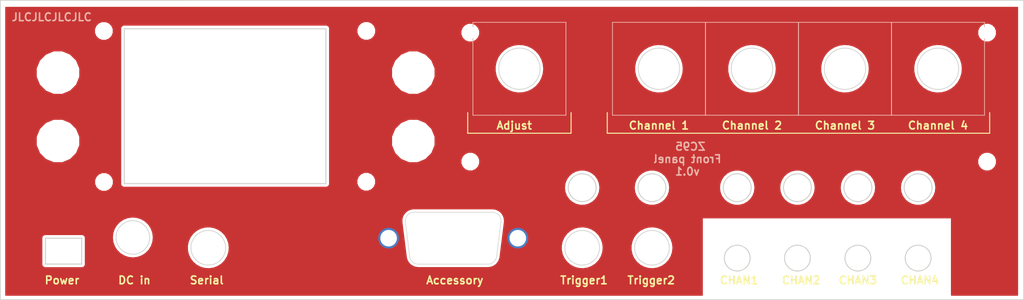
<source format=kicad_pcb>
(kicad_pcb (version 20171130) (host pcbnew 5.0.2+dfsg1-1)

  (general
    (thickness 1.6)
    (drawings 50)
    (tracks 0)
    (zones 0)
    (modules 18)
    (nets 2)
  )

  (page A4)
  (layers
    (0 F.Cu signal)
    (31 B.Cu signal)
    (32 B.Adhes user)
    (33 F.Adhes user)
    (34 B.Paste user)
    (35 F.Paste user)
    (36 B.SilkS user)
    (37 F.SilkS user)
    (38 B.Mask user)
    (39 F.Mask user)
    (40 Dwgs.User user)
    (41 Cmts.User user)
    (42 Eco1.User user)
    (43 Eco2.User user hide)
    (44 Edge.Cuts user)
    (45 Margin user)
    (46 B.CrtYd user)
    (47 F.CrtYd user)
    (48 B.Fab user)
    (49 F.Fab user hide)
  )

  (setup
    (last_trace_width 0.25)
    (user_trace_width 0.4)
    (user_trace_width 0.6)
    (user_trace_width 1)
    (trace_clearance 0.2)
    (zone_clearance 0.508)
    (zone_45_only no)
    (trace_min 0.2)
    (segment_width 0.2)
    (edge_width 0.15)
    (via_size 0.8)
    (via_drill 0.4)
    (via_min_size 0.4)
    (via_min_drill 0.3)
    (uvia_size 0.3)
    (uvia_drill 0.1)
    (uvias_allowed no)
    (uvia_min_size 0.2)
    (uvia_min_drill 0.1)
    (pcb_text_width 0.3)
    (pcb_text_size 1.5 1.5)
    (mod_edge_width 0.15)
    (mod_text_size 1 1)
    (mod_text_width 0.15)
    (pad_size 4 4)
    (pad_drill 3.2)
    (pad_to_mask_clearance 0.051)
    (solder_mask_min_width 0.25)
    (aux_axis_origin 0 0)
    (visible_elements FFFFFF7F)
    (pcbplotparams
      (layerselection 0x010fc_ffffffff)
      (usegerberextensions true)
      (usegerberattributes false)
      (usegerberadvancedattributes false)
      (creategerberjobfile false)
      (excludeedgelayer true)
      (linewidth 0.100000)
      (plotframeref false)
      (viasonmask false)
      (mode 1)
      (useauxorigin false)
      (hpglpennumber 1)
      (hpglpenspeed 20)
      (hpglpendiameter 15.000000)
      (psnegative false)
      (psa4output false)
      (plotreference true)
      (plotvalue true)
      (plotinvisibletext false)
      (padsonsilk false)
      (subtractmaskfromsilk false)
      (outputformat 1)
      (mirror false)
      (drillshape 0)
      (scaleselection 1)
      (outputdirectory "gerber/FP/"))
  )

  (net 0 "")
  (net 1 GND)

  (net_class Default "This is the default net class."
    (clearance 0.2)
    (trace_width 0.25)
    (via_dia 0.8)
    (via_drill 0.4)
    (uvia_dia 0.3)
    (uvia_drill 0.1)
    (add_net GND)
  )

  (module ProjLib:DB9-cutout (layer F.Cu) (tedit 60A82DE3) (tstamp 60590758)
    (at 107.13 135.92)
    (descr "9-pin D-Sub connector, straight/vertical, THT-mount, female, pitch 2.77x2.84mm, distance of mounting holes 25mm, see https://disti-assets.s3.amazonaws.com/tonar/files/datasheets/16730.pdf")
    (tags "9-pin D-Sub connector straight vertical THT female pitch 2.77x2.84mm mounting holes distance 25mm")
    (fp_text reference REF** (at 4.56 -11.39) (layer F.Fab)
      (effects (font (size 1 1) (thickness 0.15)))
    )
    (fp_text value DB9-cutout (at 4.56 3.23) (layer F.Fab)
      (effects (font (size 1 1) (thickness 0.15)))
    )
    (fp_line (start -2.1971 0.9525) (end 11.2903 0.9525) (layer Edge.Cuts) (width 0.12))
    (fp_line (start -4.68376 -7.15772) (end -3.8354 -0.41148) (layer Edge.Cuts) (width 0.12))
    (fp_line (start 13.78204 -7.13232) (end 12.95 -0.45) (layer Edge.Cuts) (width 0.12))
    (fp_line (start -3.05 -9.1) (end 12.15 -9.1) (layer Edge.Cuts) (width 0.12))
    (fp_line (start -10.865 1.17) (end -10.865 -9.33) (layer F.Fab) (width 0.1))
    (fp_line (start 18.985 2.17) (end -9.865 2.17) (layer F.Fab) (width 0.1))
    (fp_line (start 19.985 -9.33) (end 19.985 1.17) (layer F.Fab) (width 0.1))
    (fp_line (start -9.865 -10.33) (end 18.985 -10.33) (layer F.Fab) (width 0.1))
    (fp_arc (start 11.3 -0.71) (end 11.3 0.95) (angle -80) (layer Edge.Cuts) (width 0.12))
    (fp_arc (start -2.2 -0.71) (end -2.2 0.95) (angle 80) (layer Edge.Cuts) (width 0.12))
    (fp_arc (start 12.15 -7.44) (end 12.15 -9.1) (angle 100) (layer Edge.Cuts) (width 0.12))
    (fp_arc (start -3.05 -7.44) (end -3.05 -9.1) (angle -100) (layer Edge.Cuts) (width 0.12))
    (fp_arc (start 18.985 1.17) (end 19.985 1.17) (angle 90) (layer F.Fab) (width 0.1))
    (fp_arc (start -9.865 1.17) (end -10.865 1.17) (angle -90) (layer F.Fab) (width 0.1))
    (fp_arc (start 18.985 -9.33) (end 18.985 -10.33) (angle 90) (layer F.Fab) (width 0.1))
    (fp_arc (start -9.865 -9.33) (end -10.865 -9.33) (angle 90) (layer F.Fab) (width 0.1))
    (pad 0 thru_hole circle (at 17.06 -4.08) (size 4 4) (drill 3.2) (layers *.Cu *.Mask)
      (net 1 GND))
    (pad 0 thru_hole circle (at -7.94 -4.08) (size 4 4) (drill 3.2) (layers *.Cu *.Mask)
      (net 1 GND))
    (model ${KISYS3DMOD}/Connector_Dsub.3dshapes/DSUB-9_Female_Vertical_P2.77x2.84mm_MountingHoles.wrl
      (at (xyz 0 0 0))
      (scale (xyz 1 1 1))
      (rotate (xyz 0 0 0))
    )
  )

  (module MountingHole:MountingHole_2.2mm_M2 (layer F.Cu) (tedit 605722F5) (tstamp 60A18B8B)
    (at 215 117)
    (descr "Mounting Hole 2.2mm, no annular, M2")
    (tags "mounting hole 2.2mm no annular m2")
    (attr virtual)
    (fp_text reference REF** (at 0 -3.2) (layer F.SilkS) hide
      (effects (font (size 1 1) (thickness 0.15)))
    )
    (fp_text value MountingHole_2.2mm_M2 (at 0 -4.92) (layer F.Fab) hide
      (effects (font (size 1 1) (thickness 0.15)))
    )
    (fp_circle (center 0 0) (end 2.45 0) (layer F.CrtYd) (width 0.05))
    (fp_circle (center 0 0) (end 2.2 0) (layer Cmts.User) (width 0.15))
    (fp_text user %R (at 0.3 0) (layer F.Fab)
      (effects (font (size 1 1) (thickness 0.15)))
    )
    (pad "" np_thru_hole circle (at 0 0) (size 2.4 2.4) (drill 2.4) (layers *.Cu *.Mask))
  )

  (module MountingHole:MountingHole_2.2mm_M2 (layer F.Cu) (tedit 605722F5) (tstamp 60A827F6)
    (at 115 117)
    (descr "Mounting Hole 2.2mm, no annular, M2")
    (tags "mounting hole 2.2mm no annular m2")
    (attr virtual)
    (fp_text reference REF** (at 0 -3.2) (layer F.SilkS) hide
      (effects (font (size 1 1) (thickness 0.15)))
    )
    (fp_text value MountingHole_2.2mm_M2 (at 0 -4.92) (layer F.Fab) hide
      (effects (font (size 1 1) (thickness 0.15)))
    )
    (fp_text user %R (at 0.3 0) (layer F.Fab)
      (effects (font (size 1 1) (thickness 0.15)))
    )
    (fp_circle (center 0 0) (end 2.2 0) (layer Cmts.User) (width 0.15))
    (fp_circle (center 0 0) (end 2.45 0) (layer F.CrtYd) (width 0.05))
    (pad "" np_thru_hole circle (at 0 0) (size 2.4 2.4) (drill 2.4) (layers *.Cu *.Mask))
  )

  (module MountingHole:MountingHole_2.2mm_M2 (layer F.Cu) (tedit 605722F5) (tstamp 60A82960)
    (at 215 92)
    (descr "Mounting Hole 2.2mm, no annular, M2")
    (tags "mounting hole 2.2mm no annular m2")
    (attr virtual)
    (fp_text reference REF** (at 0 -3.2) (layer F.SilkS) hide
      (effects (font (size 1 1) (thickness 0.15)))
    )
    (fp_text value MountingHole_2.2mm_M2 (at 0 -4.92) (layer F.Fab) hide
      (effects (font (size 1 1) (thickness 0.15)))
    )
    (fp_text user %R (at 0.3 0) (layer F.Fab)
      (effects (font (size 1 1) (thickness 0.15)))
    )
    (fp_circle (center 0 0) (end 2.2 0) (layer Cmts.User) (width 0.15))
    (fp_circle (center 0 0) (end 2.45 0) (layer F.CrtYd) (width 0.05))
    (pad "" np_thru_hole circle (at 0 0) (size 2.4 2.4) (drill 2.4) (layers *.Cu *.Mask))
  )

  (module MountingHole:MountingHole_2.2mm_M2 (layer F.Cu) (tedit 605722F5) (tstamp 60A828D3)
    (at 115 92)
    (descr "Mounting Hole 2.2mm, no annular, M2")
    (tags "mounting hole 2.2mm no annular m2")
    (attr virtual)
    (fp_text reference REF** (at 0 -3.2) (layer F.SilkS) hide
      (effects (font (size 1 1) (thickness 0.15)))
    )
    (fp_text value MountingHole_2.2mm_M2 (at 0 -4.92) (layer F.Fab) hide
      (effects (font (size 1 1) (thickness 0.15)))
    )
    (fp_circle (center 0 0) (end 2.45 0) (layer F.CrtYd) (width 0.05))
    (fp_circle (center 0 0) (end 2.2 0) (layer Cmts.User) (width 0.15))
    (fp_text user %R (at 0.3 0) (layer F.Fab)
      (effects (font (size 1 1) (thickness 0.15)))
    )
    (pad "" np_thru_hole circle (at 0 0) (size 2.4 2.4) (drill 2.4) (layers *.Cu *.Mask))
  )

  (module "ProjLib:BOURNS PEC11L-4125F-S0020-Panel" (layer F.Cu) (tedit 60A82F64) (tstamp 60ADA827)
    (at 124.5 99)
    (fp_text reference REF** (at -6 -7) (layer B.SilkS) hide
      (effects (font (size 1 1) (thickness 0.15)) (justify mirror))
    )
    (fp_text value "BOURNS PEC11L-4125F-S0020-Panel" (at 0 -11) (layer F.Fab)
      (effects (font (size 1 1) (thickness 0.15)))
    )
    (fp_circle (center 0 0) (end 4 0) (layer Edge.Cuts) (width 0.15))
    (fp_line (start 9 0) (end 9 9) (layer B.SilkS) (width 0.15))
    (fp_line (start 9 9) (end -9 9) (layer B.SilkS) (width 0.15))
    (fp_line (start -9 9) (end -9 -9) (layer B.SilkS) (width 0.15))
    (fp_line (start -9 -9) (end 9 -9) (layer B.SilkS) (width 0.15))
    (fp_line (start 9 -9) (end 9 0) (layer B.SilkS) (width 0.15))
  )

  (module "ProjLib:BOURNS PEC11L-4125F-S0020-Panel" (layer F.Cu) (tedit 60A82F73) (tstamp 60ADA774)
    (at 205.5 99)
    (fp_text reference REF** (at -6 -7) (layer B.SilkS) hide
      (effects (font (size 1 1) (thickness 0.15)) (justify mirror))
    )
    (fp_text value "BOURNS PEC11L-4125F-S0020-Panel" (at 0 -11) (layer F.Fab)
      (effects (font (size 1 1) (thickness 0.15)))
    )
    (fp_circle (center 0 0) (end 4 0) (layer Edge.Cuts) (width 0.15))
    (fp_line (start 9 0) (end 9 9) (layer B.SilkS) (width 0.15))
    (fp_line (start 9 9) (end -9 9) (layer B.SilkS) (width 0.15))
    (fp_line (start -9 9) (end -9 -9) (layer B.SilkS) (width 0.15))
    (fp_line (start -9 -9) (end 9 -9) (layer B.SilkS) (width 0.15))
    (fp_line (start 9 -9) (end 9 0) (layer B.SilkS) (width 0.15))
  )

  (module "ProjLib:BOURNS PEC11L-4125F-S0020-Panel" (layer F.Cu) (tedit 60A82F6F) (tstamp 60ADA74D)
    (at 187.5 99)
    (fp_text reference REF** (at -6 -7) (layer B.SilkS) hide
      (effects (font (size 1 1) (thickness 0.15)) (justify mirror))
    )
    (fp_text value "BOURNS PEC11L-4125F-S0020-Panel" (at 0 -11) (layer F.Fab)
      (effects (font (size 1 1) (thickness 0.15)))
    )
    (fp_line (start 9 -9) (end 9 0) (layer B.SilkS) (width 0.15))
    (fp_line (start -9 -9) (end 9 -9) (layer B.SilkS) (width 0.15))
    (fp_line (start -9 9) (end -9 -9) (layer B.SilkS) (width 0.15))
    (fp_line (start 9 9) (end -9 9) (layer B.SilkS) (width 0.15))
    (fp_line (start 9 0) (end 9 9) (layer B.SilkS) (width 0.15))
    (fp_circle (center 0 0) (end 4 0) (layer Edge.Cuts) (width 0.15))
  )

  (module "ProjLib:BOURNS PEC11L-4125F-S0020-Panel" (layer F.Cu) (tedit 60A82F6C) (tstamp 60ADA715)
    (at 169.5 99)
    (fp_text reference REF** (at -6 -7) (layer B.SilkS) hide
      (effects (font (size 1 1) (thickness 0.15)) (justify mirror))
    )
    (fp_text value "BOURNS PEC11L-4125F-S0020-Panel" (at 0 -11) (layer F.Fab)
      (effects (font (size 1 1) (thickness 0.15)))
    )
    (fp_circle (center 0 0) (end 4 0) (layer Edge.Cuts) (width 0.15))
    (fp_line (start 9 0) (end 9 9) (layer B.SilkS) (width 0.15))
    (fp_line (start 9 9) (end -9 9) (layer B.SilkS) (width 0.15))
    (fp_line (start -9 9) (end -9 -9) (layer B.SilkS) (width 0.15))
    (fp_line (start -9 -9) (end 9 -9) (layer B.SilkS) (width 0.15))
    (fp_line (start 9 -9) (end 9 0) (layer B.SilkS) (width 0.15))
  )

  (module MountingHole:MountingHole_2.2mm_M2 (layer F.Cu) (tedit 604CBF05) (tstamp 60A188FD)
    (at 103.97 99.75)
    (descr "Mounting Hole 2.2mm, no annular, M2")
    (tags "mounting hole 2.2mm no annular m2")
    (attr virtual)
    (fp_text reference REF** (at 0 -3.2) (layer F.SilkS) hide
      (effects (font (size 1 1) (thickness 0.15)))
    )
    (fp_text value MountingHole_2.2mm_M2 (at 0 -4.92) (layer F.Fab) hide
      (effects (font (size 1 1) (thickness 0.15)))
    )
    (fp_circle (center 0 0) (end 2.45 0) (layer F.CrtYd) (width 0.05))
    (fp_circle (center 0 0) (end 2.2 0) (layer Cmts.User) (width 0.15))
    (fp_text user %R (at 0.3 0) (layer F.Fab)
      (effects (font (size 1 1) (thickness 0.15)))
    )
    (pad "" np_thru_hole circle (at 0 0) (size 7.2 7.2) (drill 7.2) (layers *.Cu *.Mask))
  )

  (module MountingHole:MountingHole_2.2mm_M2 (layer F.Cu) (tedit 604CBF05) (tstamp 60A18912)
    (at 103.97 113)
    (descr "Mounting Hole 2.2mm, no annular, M2")
    (tags "mounting hole 2.2mm no annular m2")
    (attr virtual)
    (fp_text reference REF** (at 0 -3.2) (layer F.SilkS) hide
      (effects (font (size 1 1) (thickness 0.15)))
    )
    (fp_text value MountingHole_2.2mm_M2 (at 0 -4.92) (layer F.Fab) hide
      (effects (font (size 1 1) (thickness 0.15)))
    )
    (fp_text user %R (at 0.3 0) (layer F.Fab)
      (effects (font (size 1 1) (thickness 0.15)))
    )
    (fp_circle (center 0 0) (end 2.2 0) (layer Cmts.User) (width 0.15))
    (fp_circle (center 0 0) (end 2.45 0) (layer F.CrtYd) (width 0.05))
    (pad "" np_thru_hole circle (at 0 0) (size 7.2 7.2) (drill 7.2) (layers *.Cu *.Mask))
  )

  (module MountingHole:MountingHole_2.2mm_M2 (layer F.Cu) (tedit 604CBF05) (tstamp 605901E0)
    (at 35.22 113)
    (descr "Mounting Hole 2.2mm, no annular, M2")
    (tags "mounting hole 2.2mm no annular m2")
    (attr virtual)
    (fp_text reference REF** (at 0 -3.2) (layer F.SilkS) hide
      (effects (font (size 1 1) (thickness 0.15)))
    )
    (fp_text value MountingHole_2.2mm_M2 (at 0 -4.92) (layer F.Fab) hide
      (effects (font (size 1 1) (thickness 0.15)))
    )
    (fp_circle (center 0 0) (end 2.45 0) (layer F.CrtYd) (width 0.05))
    (fp_circle (center 0 0) (end 2.2 0) (layer Cmts.User) (width 0.15))
    (fp_text user %R (at 0.3 0) (layer F.Fab)
      (effects (font (size 1 1) (thickness 0.15)))
    )
    (pad "" np_thru_hole circle (at 0 0) (size 7.2 7.2) (drill 7.2) (layers *.Cu *.Mask))
  )

  (module MountingHole:MountingHole_2.2mm_M2 (layer F.Cu) (tedit 604CBF05) (tstamp 605901F5)
    (at 35.22 99.75)
    (descr "Mounting Hole 2.2mm, no annular, M2")
    (tags "mounting hole 2.2mm no annular m2")
    (attr virtual)
    (fp_text reference REF** (at 0 -3.2) (layer F.SilkS) hide
      (effects (font (size 1 1) (thickness 0.15)))
    )
    (fp_text value MountingHole_2.2mm_M2 (at 0 -4.92) (layer F.Fab) hide
      (effects (font (size 1 1) (thickness 0.15)))
    )
    (fp_text user %R (at 0.3 0) (layer F.Fab)
      (effects (font (size 1 1) (thickness 0.15)))
    )
    (fp_circle (center 0 0) (end 2.2 0) (layer Cmts.User) (width 0.15))
    (fp_circle (center 0 0) (end 2.45 0) (layer F.CrtYd) (width 0.05))
    (pad "" np_thru_hole circle (at 0 0) (size 7.2 7.2) (drill 7.2) (layers *.Cu *.Mask))
  )

  (module MountingHole:MountingHole_2.2mm_M2 (layer F.Cu) (tedit 6057230B) (tstamp 60A18AF1)
    (at 94.87 120.9)
    (descr "Mounting Hole 2.2mm, no annular, M2")
    (tags "mounting hole 2.2mm no annular m2")
    (attr virtual)
    (fp_text reference REF** (at 0 -3.2) (layer F.SilkS) hide
      (effects (font (size 1 1) (thickness 0.15)))
    )
    (fp_text value MountingHole_2.2mm_M2 (at 0 -4.92) (layer F.Fab) hide
      (effects (font (size 1 1) (thickness 0.15)))
    )
    (fp_circle (center 0 0) (end 2.45 0) (layer F.CrtYd) (width 0.05))
    (fp_circle (center 0 0) (end 2.2 0) (layer Cmts.User) (width 0.15))
    (fp_text user %R (at 0.3 0) (layer F.Fab)
      (effects (font (size 1 1) (thickness 0.15)))
    )
    (pad "" np_thru_hole circle (at 0 0) (size 2.4 2.4) (drill 2.4) (layers *.Cu *.Mask))
  )

  (module MountingHole:MountingHole_2.2mm_M2 (layer F.Cu) (tedit 60572303) (tstamp 6059021F)
    (at 44.12 120.95)
    (descr "Mounting Hole 2.2mm, no annular, M2")
    (tags "mounting hole 2.2mm no annular m2")
    (attr virtual)
    (fp_text reference REF** (at 0 -3.2) (layer F.SilkS) hide
      (effects (font (size 1 1) (thickness 0.15)))
    )
    (fp_text value MountingHole_2.2mm_M2 (at 0 -4.92) (layer F.Fab) hide
      (effects (font (size 1 1) (thickness 0.15)))
    )
    (fp_text user %R (at 0.3 0) (layer F.Fab)
      (effects (font (size 1 1) (thickness 0.15)))
    )
    (fp_circle (center 0 0) (end 2.2 0) (layer Cmts.User) (width 0.15))
    (fp_circle (center 0 0) (end 2.45 0) (layer F.CrtYd) (width 0.05))
    (pad "" np_thru_hole circle (at 0 0) (size 2.4 2.4) (drill 2.4) (layers *.Cu *.Mask))
  )

  (module MountingHole:MountingHole_2.2mm_M2 (layer F.Cu) (tedit 605722EC) (tstamp 60590186)
    (at 44.09596 91.68042)
    (descr "Mounting Hole 2.2mm, no annular, M2")
    (tags "mounting hole 2.2mm no annular m2")
    (attr virtual)
    (fp_text reference REF** (at 0 -3.2) (layer F.SilkS) hide
      (effects (font (size 1 1) (thickness 0.15)))
    )
    (fp_text value MountingHole_2.2mm_M2 (at 0 -4.92) (layer F.Fab) hide
      (effects (font (size 1 1) (thickness 0.15)))
    )
    (fp_circle (center 0 0) (end 2.45 0) (layer F.CrtYd) (width 0.05))
    (fp_circle (center 0 0) (end 2.2 0) (layer Cmts.User) (width 0.15))
    (fp_text user %R (at 0.3 0) (layer F.Fab)
      (effects (font (size 1 1) (thickness 0.15)))
    )
    (pad "" np_thru_hole circle (at 0 0) (size 2.4 2.4) (drill 2.4) (layers *.Cu *.Mask))
  )

  (module MountingHole:MountingHole_2.2mm_M2 (layer F.Cu) (tedit 605722F5) (tstamp 60A18ACD)
    (at 94.88326 91.66772)
    (descr "Mounting Hole 2.2mm, no annular, M2")
    (tags "mounting hole 2.2mm no annular m2")
    (attr virtual)
    (fp_text reference REF** (at 0 -3.2) (layer F.SilkS) hide
      (effects (font (size 1 1) (thickness 0.15)))
    )
    (fp_text value MountingHole_2.2mm_M2 (at 0 -4.92) (layer F.Fab) hide
      (effects (font (size 1 1) (thickness 0.15)))
    )
    (fp_text user %R (at 0.3 0) (layer F.Fab)
      (effects (font (size 1 1) (thickness 0.15)))
    )
    (fp_circle (center 0 0) (end 2.2 0) (layer Cmts.User) (width 0.15))
    (fp_circle (center 0 0) (end 2.45 0) (layer F.CrtYd) (width 0.05))
    (pad "" np_thru_hole circle (at 0 0) (size 2.4 2.4) (drill 2.4) (layers *.Cu *.Mask))
  )

  (module "ProjLib:BOURNS PEC11L-4125F-S0020-Panel" (layer F.Cu) (tedit 60A82F69) (tstamp 60ADA697)
    (at 151.5 99)
    (fp_text reference REF** (at -6 -7) (layer B.SilkS) hide
      (effects (font (size 1 1) (thickness 0.15)) (justify mirror))
    )
    (fp_text value "BOURNS PEC11L-4125F-S0020-Panel" (at 0 -11) (layer F.Fab)
      (effects (font (size 1 1) (thickness 0.15)))
    )
    (fp_line (start 9 -9) (end 9 0) (layer B.SilkS) (width 0.15))
    (fp_line (start -9 -9) (end 9 -9) (layer B.SilkS) (width 0.15))
    (fp_line (start -9 9) (end -9 -9) (layer B.SilkS) (width 0.15))
    (fp_line (start 9 9) (end -9 9) (layer B.SilkS) (width 0.15))
    (fp_line (start 9 0) (end 9 9) (layer B.SilkS) (width 0.15))
    (fp_circle (center 0 0) (end 4 0) (layer Edge.Cuts) (width 0.15))
  )

  (gr_text "ZC95 \nFront panel\nv0.1" (at 157 116.5) (layer B.SilkS)
    (effects (font (size 1.5 1.5) (thickness 0.3)) (justify mirror))
  )
  (gr_line (start 141.5 111.5) (end 215.5 111.5) (layer F.SilkS) (width 0.2) (tstamp 60A829D1))
  (gr_line (start 114.5 111.5) (end 134.5 111.5) (layer F.SilkS) (width 0.2))
  (gr_line (start 215.5 107.5) (end 215.5 111.5) (layer F.SilkS) (width 0.2) (tstamp 60A829CE))
  (gr_line (start 141.5 107.5) (end 141.5 111.5) (layer F.SilkS) (width 0.2) (tstamp 60A829D4))
  (gr_line (start 134.5 107.5) (end 134.5 111.5) (layer F.SilkS) (width 0.2) (tstamp 60AF2EB7))
  (gr_text Adjust (at 123.5 110) (layer F.SilkS) (tstamp 60ADAACD)
    (effects (font (size 1.5 1.5) (thickness 0.3)))
  )
  (gr_line (start 114.5 107.5) (end 114.5 111.5) (layer F.SilkS) (width 0.2))
  (gr_text "Channel 4" (at 205.5 110) (layer F.SilkS) (tstamp 60A829CB)
    (effects (font (size 1.5 1.5) (thickness 0.3)))
  )
  (gr_text "Channel 3" (at 187.5 110) (layer F.SilkS) (tstamp 60A829C8)
    (effects (font (size 1.5 1.5) (thickness 0.3)))
  )
  (gr_text "Channel 2" (at 169.5 110) (layer F.SilkS) (tstamp 60A829C5)
    (effects (font (size 1.5 1.5) (thickness 0.3)))
  )
  (gr_text "Channel 1" (at 151.5 110) (layer F.SilkS) (tstamp 60A829C2)
    (effects (font (size 1.5 1.5) (thickness 0.3)))
  )
  (gr_text ZC95 (at 208 89.5) (layer F.Mask)
    (effects (font (size 2 2) (thickness 0.3)))
  )
  (gr_circle (center 136.65 122.05) (end 139.35 122.05) (layer Edge.Cuts) (width 0.2) (tstamp 6066BC33))
  (gr_circle (center 150.15 122.05) (end 152.85 122.05) (layer Edge.Cuts) (width 0.2) (tstamp 6066BC32))
  (gr_text JLCJLCJLCJLC (at 34 89) (layer B.SilkS)
    (effects (font (size 1.5 1.5) (thickness 0.3)))
  )
  (gr_circle (center 201.65 122.05) (end 204.35 122.05) (layer Edge.Cuts) (width 0.2) (tstamp 6066BAC6))
  (gr_circle (center 190 122.05) (end 192.7 122.05) (layer Edge.Cuts) (width 0.2) (tstamp 6066BAC0))
  (gr_circle (center 178.3 122.05) (end 181 122.05) (layer Edge.Cuts) (width 0.2) (tstamp 6066BABB))
  (gr_circle (center 166.65 122.05) (end 169.35 122.05) (layer Edge.Cuts) (width 0.2))
  (gr_text Power (at 36 140) (layer F.SilkS) (tstamp 60590793)
    (effects (font (size 1.5 1.5) (thickness 0.3)))
  )
  (gr_text "DC in" (at 50 140) (layer F.SilkS) (tstamp 60590799)
    (effects (font (size 1.5 1.5) (thickness 0.3)))
  )
  (gr_text Serial (at 64 140) (layer F.SilkS) (tstamp 6059079C)
    (effects (font (size 1.5 1.5) (thickness 0.3)))
  )
  (gr_text Accessory (at 112 140) (layer F.SilkS) (tstamp 60590736)
    (effects (font (size 1.5 1.5) (thickness 0.3)))
  )
  (gr_text Trigger2 (at 150 140) (layer F.SilkS) (tstamp 60590739)
    (effects (font (size 1.5 1.5) (thickness 0.3)))
  )
  (gr_text CHAN4 (at 202 140) (layer F.SilkS) (tstamp 60590658)
    (effects (font (size 1.5 1.5) (thickness 0.3)))
  )
  (gr_text CHAN3 (at 190 140) (layer F.SilkS) (tstamp 60590656)
    (effects (font (size 1.5 1.5) (thickness 0.3)))
  )
  (gr_text CHAN2 (at 179 140) (layer F.SilkS) (tstamp 60590654)
    (effects (font (size 1.5 1.5) (thickness 0.3)))
  )
  (gr_text CHAN1 (at 167 140) (layer F.SilkS) (tstamp 6059065D)
    (effects (font (size 1.5 1.5) (thickness 0.3)))
  )
  (gr_text Trigger1 (at 137 140) (layer F.SilkS) (tstamp 60590796)
    (effects (font (size 1.5 1.5) (thickness 0.3)))
  )
  (gr_circle (center 201.65 135.7) (end 203.15 137.7) (layer Edge.Cuts) (width 0.2) (tstamp 605902DF))
  (gr_circle (center 190 135.7) (end 191.5 137.7) (layer Edge.Cuts) (width 0.2) (tstamp 605902C9))
  (gr_circle (center 166.65 135.7) (end 168.15 137.7) (layer Edge.Cuts) (width 0.2) (tstamp 6066BAB7))
  (gr_circle (center 178.3 135.7) (end 179.8 137.7) (layer Edge.Cuts) (width 0.2))
  (gr_circle (center 150.15 133.7) (end 151.75 136.65) (layer Edge.Cuts) (width 0.15) (tstamp 6066BC40))
  (gr_circle (center 136.65 133.7) (end 138.25 136.65) (layer Edge.Cuts) (width 0.15) (tstamp 60590023))
  (gr_circle (center 64.3 133.7) (end 65.9 136.65) (layer Edge.Cuts) (width 0.15) (tstamp 6059005B))
  (gr_circle (center 49.7 131.7) (end 52.9 132.3) (layer Edge.Cuts) (width 0.15))
  (gr_line (start 32.8 136.85) (end 32.8 131.85) (layer Edge.Cuts) (width 0.2))
  (gr_line (start 39.8 136.85) (end 32.8 136.85) (layer Edge.Cuts) (width 0.2))
  (gr_line (start 39.8 131.85) (end 39.8 136.85) (layer Edge.Cuts) (width 0.2))
  (gr_line (start 32.8 131.85) (end 39.8 131.85) (layer Edge.Cuts) (width 0.2))
  (gr_line (start 87.057 91.25) (end 48.057 91.25) (layer Edge.Cuts) (width 0.2) (tstamp 60590231))
  (gr_line (start 87.057 121.25) (end 87.057 91.25) (layer Edge.Cuts) (width 0.2) (tstamp 60590234))
  (gr_line (start 48.057 121.25) (end 87.057 121.25) (layer Edge.Cuts) (width 0.2) (tstamp 6059017D))
  (gr_line (start 48.057 91.25) (end 48.057 121.25) (layer Edge.Cuts) (width 0.2) (tstamp 605902D0))
  (gr_line (start 24.07 143.75) (end 24.07 85.76) (layer Edge.Cuts) (width 0.15) (tstamp 605902D3))
  (gr_line (start 222.07 143.75) (end 24.07 143.75) (layer Edge.Cuts) (width 0.15) (tstamp 605902D6))
  (gr_line (start 222.07 85.75) (end 222.07 143.75) (layer Edge.Cuts) (width 0.15) (tstamp 605901AD))
  (gr_line (start 24.07 85.76) (end 222.07 85.75) (layer Edge.Cuts) (width 0.15) (tstamp 60590607))

  (zone (net 1) (net_name GND) (layer F.Cu) (tstamp 60A18923) (hatch edge 0.508)
    (connect_pads yes (clearance 0.508))
    (min_thickness 0.254)
    (fill yes (arc_segments 16) (thermal_gap 0.508) (thermal_bridge_width 0.508))
    (polygon
      (pts
        (xy 25 87) (xy 221 87) (xy 221 143) (xy 208 143) (xy 208 128)
        (xy 160 128) (xy 160 143) (xy 25 143)
      )
    )
    (filled_polygon
      (pts
        (xy 220.873 142.873) (xy 208.127 142.873) (xy 208.127 128) (xy 208.117333 127.951399) (xy 208.089803 127.910197)
        (xy 208.048601 127.882667) (xy 208 127.873) (xy 160 127.873) (xy 159.951399 127.882667) (xy 159.910197 127.910197)
        (xy 159.882667 127.951399) (xy 159.873 128) (xy 159.873 142.873) (xy 25.127 142.873) (xy 25.127 131.85)
        (xy 32.050601 131.85) (xy 32.065001 131.922393) (xy 32.065 136.777612) (xy 32.050601 136.85) (xy 32.107646 137.136783)
        (xy 32.227888 137.316738) (xy 32.270095 137.379905) (xy 32.513217 137.542354) (xy 32.8 137.599399) (xy 32.872388 137.585)
        (xy 39.727612 137.585) (xy 39.8 137.599399) (xy 39.872388 137.585) (xy 40.086783 137.542354) (xy 40.329905 137.379905)
        (xy 40.492354 137.136783) (xy 40.549399 136.85) (xy 40.535 136.777612) (xy 40.535 131.922388) (xy 40.549399 131.85)
        (xy 40.530632 131.75565) (xy 45.714625 131.75565) (xy 45.825993 132.637221) (xy 46.129904 133.472211) (xy 46.611254 134.21912)
        (xy 47.246119 134.840825) (xy 48.002944 135.306427) (xy 48.844116 135.592785) (xy 49.727826 135.685667) (xy 50.610153 135.580456)
        (xy 51.447244 135.282381) (xy 52.197495 134.806257) (xy 52.823617 134.175748) (xy 53.294492 133.422192) (xy 53.34648 133.2729)
        (xy 60.236418 133.2729) (xy 60.239499 134.155458) (xy 60.432024 135.016766) (xy 60.805012 135.81664) (xy 61.341059 136.517761)
        (xy 62.015157 137.087419) (xy 62.795856 137.499034) (xy 63.646731 137.733404) (xy 64.528085 137.779594) (xy 65.398797 137.635449)
        (xy 66.218244 137.307693) (xy 66.948195 136.811619) (xy 67.554593 136.170371) (xy 68.009147 135.413867) (xy 68.290649 134.577401)
        (xy 68.385965 133.7) (xy 68.385865 133.671475) (xy 68.284426 132.794761) (xy 67.997092 131.960281) (xy 67.537268 131.206968)
        (xy 66.926408 130.569969) (xy 66.193011 130.079003) (xy 65.371296 129.756976) (xy 64.499598 129.618913) (xy 63.618589 129.671255)
        (xy 62.769371 129.911559) (xy 61.991565 130.328615) (xy 61.32146 130.902964) (xy 60.79032 131.607811) (xy 60.422926 132.410269)
        (xy 60.236418 133.2729) (xy 53.34648 133.2729) (xy 53.586715 132.58304) (xy 53.685764 131.7) (xy 53.68421 131.588711)
        (xy 53.560544 130.708781) (xy 53.245004 129.878116) (xy 52.753272 129.138) (xy 52.109789 128.52522) (xy 51.666728 128.261102)
        (xy 101.741261 128.261102) (xy 101.749904 128.756247) (xy 101.748131 128.781083) (xy 102.613571 135.663147) (xy 102.639374 135.740636)
        (xy 102.67689 135.891103) (xy 102.707661 135.963593) (xy 102.731996 136.038491) (xy 102.967782 136.501247) (xy 103.078731 136.653955)
        (xy 103.095593 136.677163) (xy 103.462836 137.044407) (xy 103.536863 137.098191) (xy 103.638753 137.172218) (xy 104.101508 137.408003)
        (xy 104.266207 137.461517) (xy 104.30831 137.475197) (xy 104.760357 137.546794) (xy 104.864453 137.5675) (xy 118.488747 137.5675)
        (xy 118.52682 137.559927) (xy 118.709508 137.547152) (xy 118.786238 137.529437) (xy 118.864225 137.518477) (xy 119.360895 137.36663)
        (xy 119.463188 137.316738) (xy 119.556331 137.271309) (xy 119.981769 136.973415) (xy 120.086614 136.872167) (xy 120.138185 136.822366)
        (xy 120.450745 136.407585) (xy 120.552828 136.215593) (xy 120.684343 135.833646) (xy 120.696152 135.819988) (xy 120.761217 135.623796)
        (xy 121.053935 133.2729) (xy 132.586418 133.2729) (xy 132.589499 134.155458) (xy 132.782024 135.016766) (xy 133.155012 135.81664)
        (xy 133.691059 136.517761) (xy 134.365157 137.087419) (xy 135.145856 137.499034) (xy 135.996731 137.733404) (xy 136.878085 137.779594)
        (xy 137.748797 137.635449) (xy 138.568244 137.307693) (xy 139.298195 136.811619) (xy 139.904593 136.170371) (xy 140.359147 135.413867)
        (xy 140.640649 134.577401) (xy 140.735965 133.7) (xy 140.735865 133.671475) (xy 140.689749 133.2729) (xy 146.086418 133.2729)
        (xy 146.089499 134.155458) (xy 146.282024 135.016766) (xy 146.655012 135.81664) (xy 147.191059 136.517761) (xy 147.865157 137.087419)
        (xy 148.645856 137.499034) (xy 149.496731 137.733404) (xy 150.378085 137.779594) (xy 151.248797 137.635449) (xy 152.068244 137.307693)
        (xy 152.798195 136.811619) (xy 153.404593 136.170371) (xy 153.859147 135.413867) (xy 154.140649 134.577401) (xy 154.235965 133.7)
        (xy 154.235865 133.671475) (xy 154.134426 132.794761) (xy 153.847092 131.960281) (xy 153.387268 131.206968) (xy 152.776408 130.569969)
        (xy 152.043011 130.079003) (xy 151.221296 129.756976) (xy 150.349598 129.618913) (xy 149.468589 129.671255) (xy 148.619371 129.911559)
        (xy 147.841565 130.328615) (xy 147.17146 130.902964) (xy 146.64032 131.607811) (xy 146.272926 132.410269) (xy 146.086418 133.2729)
        (xy 140.689749 133.2729) (xy 140.634426 132.794761) (xy 140.347092 131.960281) (xy 139.887268 131.206968) (xy 139.276408 130.569969)
        (xy 138.543011 130.079003) (xy 137.721296 129.756976) (xy 136.849598 129.618913) (xy 135.968589 129.671255) (xy 135.119371 129.911559)
        (xy 134.341565 130.328615) (xy 133.67146 130.902964) (xy 133.14032 131.607811) (xy 132.772926 132.410269) (xy 132.586418 133.2729)
        (xy 121.053935 133.2729) (xy 121.610171 128.805632) (xy 121.609715 128.799351) (xy 121.632355 128.540573) (xy 121.626443 128.456027)
        (xy 121.626443 128.371278) (xy 121.545197 127.85831) (xy 121.527165 127.802813) (xy 121.478003 127.651508) (xy 121.242218 127.188753)
        (xy 121.168191 127.086863) (xy 121.114407 127.012836) (xy 120.747163 126.645593) (xy 120.705979 126.615671) (xy 120.571247 126.517782)
        (xy 120.108491 126.281996) (xy 119.90169 126.214803) (xy 119.40219 126.13569) (xy 119.348447 126.125) (xy 104.011553 126.125)
        (xy 103.981632 126.130952) (xy 103.731171 126.152864) (xy 103.648936 126.173367) (xy 103.565474 126.188084) (xy 103.074407 126.357172)
        (xy 102.882415 126.459255) (xy 102.467634 126.771815) (xy 102.408462 126.83309) (xy 102.316585 126.928231) (xy 102.018691 127.353669)
        (xy 101.995962 127.40027) (xy 101.92337 127.549105) (xy 101.771523 128.045775) (xy 101.753985 128.170565) (xy 101.741261 128.261102)
        (xy 51.666728 128.261102) (xy 51.346537 128.07023) (xy 50.501449 127.795644) (xy 49.616528 127.71511) (xy 48.735756 127.83263)
        (xy 47.902909 128.142364) (xy 47.159378 128.628916) (xy 46.54212 129.268105) (xy 46.081813 130.028163) (xy 45.801335 130.871313)
        (xy 45.714625 131.75565) (xy 40.530632 131.75565) (xy 40.492354 131.563217) (xy 40.329905 131.320095) (xy 40.086783 131.157646)
        (xy 39.872388 131.115) (xy 39.8 131.100601) (xy 39.727612 131.115) (xy 32.872388 131.115) (xy 32.8 131.100601)
        (xy 32.727612 131.115) (xy 32.513217 131.157646) (xy 32.270095 131.320095) (xy 32.107646 131.563217) (xy 32.050601 131.85)
        (xy 25.127 131.85) (xy 25.127 120.584996) (xy 42.285 120.584996) (xy 42.285 121.315004) (xy 42.564362 121.989444)
        (xy 43.080556 122.505638) (xy 43.754996 122.785) (xy 44.485004 122.785) (xy 45.159444 122.505638) (xy 45.675638 121.989444)
        (xy 45.955 121.315004) (xy 45.955 120.584996) (xy 45.675638 119.910556) (xy 45.159444 119.394362) (xy 44.485004 119.115)
        (xy 43.754996 119.115) (xy 43.080556 119.394362) (xy 42.564362 119.910556) (xy 42.285 120.584996) (xy 25.127 120.584996)
        (xy 25.127 112.157606) (xy 30.985 112.157606) (xy 30.985 113.842394) (xy 31.62974 115.398935) (xy 32.821065 116.59026)
        (xy 34.377606 117.235) (xy 36.062394 117.235) (xy 37.618935 116.59026) (xy 38.81026 115.398935) (xy 39.455 113.842394)
        (xy 39.455 112.157606) (xy 38.81026 110.601065) (xy 37.618935 109.40974) (xy 36.062394 108.765) (xy 34.377606 108.765)
        (xy 32.821065 109.40974) (xy 31.62974 110.601065) (xy 30.985 112.157606) (xy 25.127 112.157606) (xy 25.127 98.907606)
        (xy 30.985 98.907606) (xy 30.985 100.592394) (xy 31.62974 102.148935) (xy 32.821065 103.34026) (xy 34.377606 103.985)
        (xy 36.062394 103.985) (xy 37.618935 103.34026) (xy 38.81026 102.148935) (xy 39.455 100.592394) (xy 39.455 98.907606)
        (xy 38.81026 97.351065) (xy 37.618935 96.15974) (xy 36.062394 95.515) (xy 34.377606 95.515) (xy 32.821065 96.15974)
        (xy 31.62974 97.351065) (xy 30.985 98.907606) (xy 25.127 98.907606) (xy 25.127 91.315416) (xy 42.26096 91.315416)
        (xy 42.26096 92.045424) (xy 42.540322 92.719864) (xy 43.056516 93.236058) (xy 43.730956 93.51542) (xy 44.460964 93.51542)
        (xy 45.135404 93.236058) (xy 45.651598 92.719864) (xy 45.93096 92.045424) (xy 45.93096 91.315416) (xy 45.903864 91.25)
        (xy 47.307601 91.25) (xy 47.322 91.322388) (xy 47.322001 121.177607) (xy 47.307601 121.25) (xy 47.364646 121.536783)
        (xy 47.527095 121.779905) (xy 47.770217 121.942354) (xy 47.984612 121.985) (xy 48.057 121.999399) (xy 48.129388 121.985)
        (xy 86.984612 121.985) (xy 87.057 121.999399) (xy 87.129388 121.985) (xy 87.343783 121.942354) (xy 87.586905 121.779905)
        (xy 87.749354 121.536783) (xy 87.806399 121.25) (xy 87.792 121.177612) (xy 87.792 120.534996) (xy 93.035 120.534996)
        (xy 93.035 121.265004) (xy 93.314362 121.939444) (xy 93.830556 122.455638) (xy 94.504996 122.735) (xy 95.235004 122.735)
        (xy 95.909444 122.455638) (xy 96.278902 122.08618) (xy 133.195189 122.08618) (xy 133.303545 122.909224) (xy 133.605097 123.682663)
        (xy 134.082435 124.361846) (xy 134.708002 124.907563) (xy 135.445684 125.288309) (xy 136.252892 125.482103) (xy 137.083026 125.477756)
        (xy 137.888161 125.27552) (xy 138.621815 124.887071) (xy 139.241634 124.334832) (xy 139.711833 123.650688) (xy 140.005269 122.874133)
        (xy 140.100621 122.08618) (xy 146.695189 122.08618) (xy 146.803545 122.909224) (xy 147.105097 123.682663) (xy 147.582435 124.361846)
        (xy 148.208002 124.907563) (xy 148.945684 125.288309) (xy 149.752892 125.482103) (xy 150.583026 125.477756) (xy 151.388161 125.27552)
        (xy 152.121815 124.887071) (xy 152.741634 124.334832) (xy 153.211833 123.650688) (xy 153.505269 122.874133) (xy 153.600621 122.08618)
        (xy 163.195189 122.08618) (xy 163.303545 122.909224) (xy 163.605097 123.682663) (xy 164.082435 124.361846) (xy 164.708002 124.907563)
        (xy 165.445684 125.288309) (xy 166.252892 125.482103) (xy 167.083026 125.477756) (xy 167.888161 125.27552) (xy 168.621815 124.887071)
        (xy 169.241634 124.334832) (xy 169.711833 123.650688) (xy 170.005269 122.874133) (xy 170.100621 122.08618) (xy 174.845189 122.08618)
        (xy 174.953545 122.909224) (xy 175.255097 123.682663) (xy 175.732435 124.361846) (xy 176.358002 124.907563) (xy 177.095684 125.288309)
        (xy 177.902892 125.482103) (xy 178.733026 125.477756) (xy 179.538161 125.27552) (xy 180.271815 124.887071) (xy 180.891634 124.334832)
        (xy 181.361833 123.650688) (xy 181.655269 122.874133) (xy 181.750621 122.08618) (xy 186.545189 122.08618) (xy 186.653545 122.909224)
        (xy 186.955097 123.682663) (xy 187.432435 124.361846) (xy 188.058002 124.907563) (xy 188.795684 125.288309) (xy 189.602892 125.482103)
        (xy 190.433026 125.477756) (xy 191.238161 125.27552) (xy 191.971815 124.887071) (xy 192.591634 124.334832) (xy 193.061833 123.650688)
        (xy 193.355269 122.874133) (xy 193.450621 122.08618) (xy 198.195189 122.08618) (xy 198.303545 122.909224) (xy 198.605097 123.682663)
        (xy 199.082435 124.361846) (xy 199.708002 124.907563) (xy 200.445684 125.288309) (xy 201.252892 125.482103) (xy 202.083026 125.477756)
        (xy 202.888161 125.27552) (xy 203.621815 124.887071) (xy 204.241634 124.334832) (xy 204.711833 123.650688) (xy 205.005269 122.874133)
        (xy 205.105 122.05) (xy 205.104242 121.977644) (xy 204.987274 121.15578) (xy 204.67764 120.385541) (xy 204.193215 119.711394)
        (xy 203.561968 119.172257) (xy 202.82034 118.799257) (xy 202.011146 118.613927) (xy 201.181103 118.626966) (xy 200.37813 118.837622)
        (xy 199.648584 119.233733) (xy 199.034582 119.792432) (xy 198.571572 120.481463) (xy 198.286285 121.261048) (xy 198.195189 122.08618)
        (xy 193.450621 122.08618) (xy 193.455 122.05) (xy 193.454242 121.977644) (xy 193.337274 121.15578) (xy 193.02764 120.385541)
        (xy 192.543215 119.711394) (xy 191.911968 119.172257) (xy 191.17034 118.799257) (xy 190.361146 118.613927) (xy 189.531103 118.626966)
        (xy 188.72813 118.837622) (xy 187.998584 119.233733) (xy 187.384582 119.792432) (xy 186.921572 120.481463) (xy 186.636285 121.261048)
        (xy 186.545189 122.08618) (xy 181.750621 122.08618) (xy 181.755 122.05) (xy 181.754242 121.977644) (xy 181.637274 121.15578)
        (xy 181.32764 120.385541) (xy 180.843215 119.711394) (xy 180.211968 119.172257) (xy 179.47034 118.799257) (xy 178.661146 118.613927)
        (xy 177.831103 118.626966) (xy 177.02813 118.837622) (xy 176.298584 119.233733) (xy 175.684582 119.792432) (xy 175.221572 120.481463)
        (xy 174.936285 121.261048) (xy 174.845189 122.08618) (xy 170.100621 122.08618) (xy 170.105 122.05) (xy 170.104242 121.977644)
        (xy 169.987274 121.15578) (xy 169.67764 120.385541) (xy 169.193215 119.711394) (xy 168.561968 119.172257) (xy 167.82034 118.799257)
        (xy 167.011146 118.613927) (xy 166.181103 118.626966) (xy 165.37813 118.837622) (xy 164.648584 119.233733) (xy 164.034582 119.792432)
        (xy 163.571572 120.481463) (xy 163.286285 121.261048) (xy 163.195189 122.08618) (xy 153.600621 122.08618) (xy 153.605 122.05)
        (xy 153.604242 121.977644) (xy 153.487274 121.15578) (xy 153.17764 120.385541) (xy 152.693215 119.711394) (xy 152.061968 119.172257)
        (xy 151.32034 118.799257) (xy 150.511146 118.613927) (xy 149.681103 118.626966) (xy 148.87813 118.837622) (xy 148.148584 119.233733)
        (xy 147.534582 119.792432) (xy 147.071572 120.481463) (xy 146.786285 121.261048) (xy 146.695189 122.08618) (xy 140.100621 122.08618)
        (xy 140.105 122.05) (xy 140.104242 121.977644) (xy 139.987274 121.15578) (xy 139.67764 120.385541) (xy 139.193215 119.711394)
        (xy 138.561968 119.172257) (xy 137.82034 118.799257) (xy 137.011146 118.613927) (xy 136.181103 118.626966) (xy 135.37813 118.837622)
        (xy 134.648584 119.233733) (xy 134.034582 119.792432) (xy 133.571572 120.481463) (xy 133.286285 121.261048) (xy 133.195189 122.08618)
        (xy 96.278902 122.08618) (xy 96.425638 121.939444) (xy 96.705 121.265004) (xy 96.705 120.534996) (xy 96.425638 119.860556)
        (xy 95.909444 119.344362) (xy 95.235004 119.065) (xy 94.504996 119.065) (xy 93.830556 119.344362) (xy 93.314362 119.860556)
        (xy 93.035 120.534996) (xy 87.792 120.534996) (xy 87.792 112.157606) (xy 99.735 112.157606) (xy 99.735 113.842394)
        (xy 100.37974 115.398935) (xy 101.571065 116.59026) (xy 103.127606 117.235) (xy 104.812394 117.235) (xy 106.260932 116.634996)
        (xy 113.165 116.634996) (xy 113.165 117.365004) (xy 113.444362 118.039444) (xy 113.960556 118.555638) (xy 114.634996 118.835)
        (xy 115.365004 118.835) (xy 116.039444 118.555638) (xy 116.555638 118.039444) (xy 116.835 117.365004) (xy 116.835 116.634996)
        (xy 213.165 116.634996) (xy 213.165 117.365004) (xy 213.444362 118.039444) (xy 213.960556 118.555638) (xy 214.634996 118.835)
        (xy 215.365004 118.835) (xy 216.039444 118.555638) (xy 216.555638 118.039444) (xy 216.835 117.365004) (xy 216.835 116.634996)
        (xy 216.555638 115.960556) (xy 216.039444 115.444362) (xy 215.365004 115.165) (xy 214.634996 115.165) (xy 213.960556 115.444362)
        (xy 213.444362 115.960556) (xy 213.165 116.634996) (xy 116.835 116.634996) (xy 116.555638 115.960556) (xy 116.039444 115.444362)
        (xy 115.365004 115.165) (xy 114.634996 115.165) (xy 113.960556 115.444362) (xy 113.444362 115.960556) (xy 113.165 116.634996)
        (xy 106.260932 116.634996) (xy 106.368935 116.59026) (xy 107.56026 115.398935) (xy 108.205 113.842394) (xy 108.205 112.157606)
        (xy 107.56026 110.601065) (xy 106.368935 109.40974) (xy 104.812394 108.765) (xy 103.127606 108.765) (xy 101.571065 109.40974)
        (xy 100.37974 110.601065) (xy 99.735 112.157606) (xy 87.792 112.157606) (xy 87.792 98.907606) (xy 99.735 98.907606)
        (xy 99.735 100.592394) (xy 100.37974 102.148935) (xy 101.571065 103.34026) (xy 103.127606 103.985) (xy 104.812394 103.985)
        (xy 106.368935 103.34026) (xy 107.56026 102.148935) (xy 108.205 100.592394) (xy 108.205 98.907606) (xy 108.052084 98.538433)
        (xy 119.792574 98.538433) (xy 119.795911 99.49442) (xy 119.991408 100.43021) (xy 120.371079 101.307576) (xy 120.919413 102.090679)
        (xy 121.614013 102.74753) (xy 122.426504 103.251296) (xy 123.323697 103.581398) (xy 124.268941 103.724353) (xy 125.223623 103.67432)
        (xy 126.148746 103.433344) (xy 127.006518 103.011267) (xy 127.7619 102.425333) (xy 128.384036 101.699475) (xy 128.84751 100.863345)
        (xy 129.133391 99.951099) (xy 129.23 99) (xy 129.229885 98.966979) (xy 129.18333 98.538433) (xy 146.792574 98.538433)
        (xy 146.795911 99.49442) (xy 146.991408 100.43021) (xy 147.371079 101.307576) (xy 147.919413 102.090679) (xy 148.614013 102.74753)
        (xy 149.426504 103.251296) (xy 150.323697 103.581398) (xy 151.268941 103.724353) (xy 152.223623 103.67432) (xy 153.148746 103.433344)
        (xy 154.006518 103.011267) (xy 154.7619 102.425333) (xy 155.384036 101.699475) (xy 155.84751 100.863345) (xy 156.133391 99.951099)
        (xy 156.23 99) (xy 156.229885 98.966979) (xy 156.18333 98.538433) (xy 164.792574 98.538433) (xy 164.795911 99.49442)
        (xy 164.991408 100.43021) (xy 165.371079 101.307576) (xy 165.919413 102.090679) (xy 166.614013 102.74753) (xy 167.426504 103.251296)
        (xy 168.323697 103.581398) (xy 169.268941 103.724353) (xy 170.223623 103.67432) (xy 171.148746 103.433344) (xy 172.006518 103.011267)
        (xy 172.7619 102.425333) (xy 173.384036 101.699475) (xy 173.84751 100.863345) (xy 174.133391 99.951099) (xy 174.23 99)
        (xy 174.229885 98.966979) (xy 174.18333 98.538433) (xy 182.792574 98.538433) (xy 182.795911 99.49442) (xy 182.991408 100.43021)
        (xy 183.371079 101.307576) (xy 183.919413 102.090679) (xy 184.614013 102.74753) (xy 185.426504 103.251296) (xy 186.323697 103.581398)
        (xy 187.268941 103.724353) (xy 188.223623 103.67432) (xy 189.148746 103.433344) (xy 190.006518 103.011267) (xy 190.7619 102.425333)
        (xy 191.384036 101.699475) (xy 191.84751 100.863345) (xy 192.133391 99.951099) (xy 192.23 99) (xy 192.229885 98.966979)
        (xy 192.18333 98.538433) (xy 200.792574 98.538433) (xy 200.795911 99.49442) (xy 200.991408 100.43021) (xy 201.371079 101.307576)
        (xy 201.919413 102.090679) (xy 202.614013 102.74753) (xy 203.426504 103.251296) (xy 204.323697 103.581398) (xy 205.268941 103.724353)
        (xy 206.223623 103.67432) (xy 207.148746 103.433344) (xy 208.006518 103.011267) (xy 208.7619 102.425333) (xy 209.384036 101.699475)
        (xy 209.84751 100.863345) (xy 210.133391 99.951099) (xy 210.23 99) (xy 210.229885 98.966979) (xy 210.126638 98.016578)
        (xy 209.834396 97.106349) (xy 209.365095 96.273475) (xy 208.737908 95.551978) (xy 207.978453 94.971332) (xy 207.117755 94.555254)
        (xy 206.190973 94.320742) (xy 205.235964 94.277375) (xy 204.291742 94.426925) (xy 203.396876 94.763283) (xy 202.587921 95.272709)
        (xy 201.897924 95.934393) (xy 201.355069 96.721305) (xy 200.981533 97.601301) (xy 200.792574 98.538433) (xy 192.18333 98.538433)
        (xy 192.126638 98.016578) (xy 191.834396 97.106349) (xy 191.365095 96.273475) (xy 190.737908 95.551978) (xy 189.978453 94.971332)
        (xy 189.117755 94.555254) (xy 188.190973 94.320742) (xy 187.235964 94.277375) (xy 186.291742 94.426925) (xy 185.396876 94.763283)
        (xy 184.587921 95.272709) (xy 183.897924 95.934393) (xy 183.355069 96.721305) (xy 182.981533 97.601301) (xy 182.792574 98.538433)
        (xy 174.18333 98.538433) (xy 174.126638 98.016578) (xy 173.834396 97.106349) (xy 173.365095 96.273475) (xy 172.737908 95.551978)
        (xy 171.978453 94.971332) (xy 171.117755 94.555254) (xy 170.190973 94.320742) (xy 169.235964 94.277375) (xy 168.291742 94.426925)
        (xy 167.396876 94.763283) (xy 166.587921 95.272709) (xy 165.897924 95.934393) (xy 165.355069 96.721305) (xy 164.981533 97.601301)
        (xy 164.792574 98.538433) (xy 156.18333 98.538433) (xy 156.126638 98.016578) (xy 155.834396 97.106349) (xy 155.365095 96.273475)
        (xy 154.737908 95.551978) (xy 153.978453 94.971332) (xy 153.117755 94.555254) (xy 152.190973 94.320742) (xy 151.235964 94.277375)
        (xy 150.291742 94.426925) (xy 149.396876 94.763283) (xy 148.587921 95.272709) (xy 147.897924 95.934393) (xy 147.355069 96.721305)
        (xy 146.981533 97.601301) (xy 146.792574 98.538433) (xy 129.18333 98.538433) (xy 129.126638 98.016578) (xy 128.834396 97.106349)
        (xy 128.365095 96.273475) (xy 127.737908 95.551978) (xy 126.978453 94.971332) (xy 126.117755 94.555254) (xy 125.190973 94.320742)
        (xy 124.235964 94.277375) (xy 123.291742 94.426925) (xy 122.396876 94.763283) (xy 121.587921 95.272709) (xy 120.897924 95.934393)
        (xy 120.355069 96.721305) (xy 119.981533 97.601301) (xy 119.792574 98.538433) (xy 108.052084 98.538433) (xy 107.56026 97.351065)
        (xy 106.368935 96.15974) (xy 104.812394 95.515) (xy 103.127606 95.515) (xy 101.571065 96.15974) (xy 100.37974 97.351065)
        (xy 99.735 98.907606) (xy 87.792 98.907606) (xy 87.792 91.322388) (xy 87.795913 91.302716) (xy 93.04826 91.302716)
        (xy 93.04826 92.032724) (xy 93.327622 92.707164) (xy 93.843816 93.223358) (xy 94.518256 93.50272) (xy 95.248264 93.50272)
        (xy 95.922704 93.223358) (xy 96.438898 92.707164) (xy 96.71826 92.032724) (xy 96.71826 91.634996) (xy 113.165 91.634996)
        (xy 113.165 92.365004) (xy 113.444362 93.039444) (xy 113.960556 93.555638) (xy 114.634996 93.835) (xy 115.365004 93.835)
        (xy 116.039444 93.555638) (xy 116.555638 93.039444) (xy 116.835 92.365004) (xy 116.835 91.634996) (xy 213.165 91.634996)
        (xy 213.165 92.365004) (xy 213.444362 93.039444) (xy 213.960556 93.555638) (xy 214.634996 93.835) (xy 215.365004 93.835)
        (xy 216.039444 93.555638) (xy 216.555638 93.039444) (xy 216.835 92.365004) (xy 216.835 91.634996) (xy 216.555638 90.960556)
        (xy 216.039444 90.444362) (xy 215.365004 90.165) (xy 214.634996 90.165) (xy 213.960556 90.444362) (xy 213.444362 90.960556)
        (xy 213.165 91.634996) (xy 116.835 91.634996) (xy 116.555638 90.960556) (xy 116.039444 90.444362) (xy 115.365004 90.165)
        (xy 114.634996 90.165) (xy 113.960556 90.444362) (xy 113.444362 90.960556) (xy 113.165 91.634996) (xy 96.71826 91.634996)
        (xy 96.71826 91.302716) (xy 96.438898 90.628276) (xy 95.922704 90.112082) (xy 95.248264 89.83272) (xy 94.518256 89.83272)
        (xy 93.843816 90.112082) (xy 93.327622 90.628276) (xy 93.04826 91.302716) (xy 87.795913 91.302716) (xy 87.806399 91.25)
        (xy 87.749354 90.963217) (xy 87.586905 90.720095) (xy 87.343783 90.557646) (xy 87.129388 90.515) (xy 87.057 90.500601)
        (xy 86.984612 90.515) (xy 48.129388 90.515) (xy 48.057 90.500601) (xy 47.984612 90.515) (xy 47.770217 90.557646)
        (xy 47.527095 90.720095) (xy 47.364646 90.963217) (xy 47.307601 91.25) (xy 45.903864 91.25) (xy 45.651598 90.640976)
        (xy 45.135404 90.124782) (xy 44.460964 89.84542) (xy 43.730956 89.84542) (xy 43.056516 90.124782) (xy 42.540322 90.640976)
        (xy 42.26096 91.315416) (xy 25.127 91.315416) (xy 25.127 87.127) (xy 220.873 87.127)
      )
    )
  )
)

</source>
